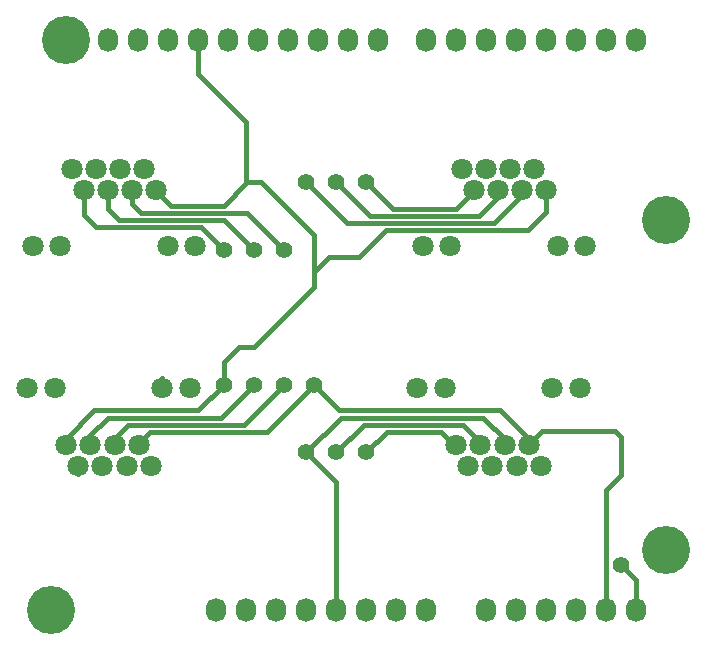
<source format=gbr>
G04 #@! TF.FileFunction,Copper,L2,Bot,Signal*
%FSLAX46Y46*%
G04 Gerber Fmt 4.6, Leading zero omitted, Abs format (unit mm)*
G04 Created by KiCad (PCBNEW 4.0.6) date 01/16/18 14:37:05*
%MOMM*%
%LPD*%
G01*
G04 APERTURE LIST*
%ADD10C,0.100000*%
%ADD11O,1.727200X2.032000*%
%ADD12C,4.064000*%
%ADD13C,1.800000*%
%ADD14C,1.400000*%
%ADD15C,0.400000*%
G04 APERTURE END LIST*
D10*
D11*
X138938000Y-123825000D03*
X141478000Y-123825000D03*
X144018000Y-123825000D03*
X146558000Y-123825000D03*
X149098000Y-123825000D03*
X151638000Y-123825000D03*
X154178000Y-123825000D03*
X156718000Y-123825000D03*
X161798000Y-123825000D03*
X164338000Y-123825000D03*
X166878000Y-123825000D03*
X169418000Y-123825000D03*
X171958000Y-123825000D03*
X174498000Y-123825000D03*
X129794000Y-75565000D03*
X132334000Y-75565000D03*
X134874000Y-75565000D03*
X137414000Y-75565000D03*
X139954000Y-75565000D03*
X142494000Y-75565000D03*
X145034000Y-75565000D03*
X147574000Y-75565000D03*
X150114000Y-75565000D03*
X152654000Y-75565000D03*
X156718000Y-75565000D03*
X159258000Y-75565000D03*
X161798000Y-75565000D03*
X164338000Y-75565000D03*
X166878000Y-75565000D03*
X169418000Y-75565000D03*
X171958000Y-75565000D03*
X174498000Y-75565000D03*
D12*
X124968000Y-123825000D03*
X177038000Y-118745000D03*
X126238000Y-75565000D03*
X177038000Y-90805000D03*
D13*
X132838000Y-86485000D03*
X133858000Y-88265000D03*
X130798000Y-86485000D03*
X131818000Y-88265000D03*
X128758000Y-86485000D03*
X129778000Y-88265000D03*
X126718000Y-86485000D03*
X127738000Y-88265000D03*
X134858000Y-93075000D03*
X137148000Y-93075000D03*
X123428000Y-93075000D03*
X125718000Y-93075000D03*
X127258000Y-111635000D03*
X126238000Y-109855000D03*
X129298000Y-111635000D03*
X128278000Y-109855000D03*
X131338000Y-111635000D03*
X130318000Y-109855000D03*
X133378000Y-111635000D03*
X132358000Y-109855000D03*
X125238000Y-105045000D03*
X122948000Y-105045000D03*
X136668000Y-105045000D03*
X134378000Y-105045000D03*
X160278000Y-111635000D03*
X159258000Y-109855000D03*
X162318000Y-111635000D03*
X161298000Y-109855000D03*
X164358000Y-111635000D03*
X163338000Y-109855000D03*
X166398000Y-111635000D03*
X165378000Y-109855000D03*
X158258000Y-105045000D03*
X155968000Y-105045000D03*
X169688000Y-105045000D03*
X167398000Y-105045000D03*
X165858000Y-86485000D03*
X166878000Y-88265000D03*
X163818000Y-86485000D03*
X164838000Y-88265000D03*
X161778000Y-86485000D03*
X162798000Y-88265000D03*
X159738000Y-86485000D03*
X160758000Y-88265000D03*
X167878000Y-93075000D03*
X170168000Y-93075000D03*
X156448000Y-93075000D03*
X158738000Y-93075000D03*
D14*
X142113000Y-93345000D03*
X146558000Y-110490000D03*
X149098000Y-87630000D03*
X144653000Y-104775000D03*
X139573000Y-104775000D03*
X151638000Y-110490000D03*
X139573000Y-93345000D03*
X151638000Y-87630000D03*
X147193000Y-104775000D03*
X173228000Y-120015000D03*
X144653000Y-93345000D03*
X149098000Y-110490000D03*
X146558000Y-87630000D03*
X142113000Y-104775000D03*
D15*
X149098000Y-123825000D02*
X149098000Y-113030000D01*
X149098000Y-113030000D02*
X146558000Y-110490000D01*
X139607998Y-90839998D02*
X142113000Y-93345000D01*
X137668000Y-90839998D02*
X139607998Y-90839998D01*
X149479000Y-107569000D02*
X146558000Y-110490000D01*
X149479000Y-107569000D02*
X152908000Y-107569000D01*
X151961996Y-90493996D02*
X149098000Y-87630000D01*
X162798000Y-88858996D02*
X161163000Y-90493996D01*
X161163000Y-90493996D02*
X154178000Y-90493996D01*
X154178000Y-90493996D02*
X151961996Y-90493996D01*
X129778000Y-89900000D02*
X130717998Y-90839998D01*
X129778000Y-88265000D02*
X129778000Y-89900000D01*
X130717998Y-90839998D02*
X137668000Y-90839998D01*
X137668000Y-90839998D02*
X138938000Y-90839998D01*
X162798000Y-88265000D02*
X162798000Y-88858996D01*
X131479998Y-108169002D02*
X137668000Y-108169002D01*
X137668000Y-108169002D02*
X141258998Y-108169002D01*
X141258998Y-108169002D02*
X144653000Y-104775000D01*
X130318000Y-109331000D02*
X131479998Y-108169002D01*
X161544000Y-107569000D02*
X152908000Y-107569000D01*
X161544000Y-107569000D02*
X163338000Y-109363000D01*
X152908000Y-107569000D02*
X152654000Y-107569000D01*
X163338000Y-109855000D02*
X163338000Y-109363000D01*
X130318000Y-109855000D02*
X130318000Y-109331000D01*
X154178000Y-91694000D02*
X153289000Y-91694000D01*
X166878000Y-90170000D02*
X165354000Y-91694000D01*
X165354000Y-91694000D02*
X154178000Y-91694000D01*
X166878000Y-88265000D02*
X166878000Y-90170000D01*
X151003000Y-93980000D02*
X148463000Y-93980000D01*
X153289000Y-91694000D02*
X151003000Y-93980000D01*
X148463000Y-93980000D02*
X147193000Y-95250000D01*
X141478000Y-87630000D02*
X142748000Y-87630000D01*
X139573000Y-102870000D02*
X139573000Y-104775000D01*
X140843000Y-101600000D02*
X139573000Y-102870000D01*
X142113000Y-101600000D02*
X140843000Y-101600000D01*
X147193000Y-96520000D02*
X142113000Y-101600000D01*
X147193000Y-92075000D02*
X147193000Y-95250000D01*
X147193000Y-95250000D02*
X147193000Y-96520000D01*
X142748000Y-87630000D02*
X147193000Y-92075000D01*
X137379002Y-106968998D02*
X139573000Y-104775000D01*
X126238000Y-109347000D02*
X128616002Y-106968998D01*
X136652000Y-106968998D02*
X137379002Y-106968998D01*
X128616002Y-106968998D02*
X136652000Y-106968998D01*
X153358996Y-108769004D02*
X151638000Y-110490000D01*
X154813000Y-108769004D02*
X153358996Y-108769004D01*
X141478000Y-87630000D02*
X141478000Y-87734994D01*
X133858000Y-88369994D02*
X135128000Y-89639994D01*
X137414000Y-78486000D02*
X137414000Y-75565000D01*
X137414000Y-78486000D02*
X141478000Y-82550000D01*
X141478000Y-82550000D02*
X141478000Y-87630000D01*
X135128000Y-89639994D02*
X138938000Y-89639994D01*
X139573000Y-89639994D02*
X138938000Y-89639994D01*
X141478000Y-87734994D02*
X139573000Y-89639994D01*
X133858000Y-88265000D02*
X133858000Y-88369994D01*
X157988000Y-108769004D02*
X159073996Y-109855000D01*
X157988000Y-108769004D02*
X154813000Y-108769004D01*
X154813000Y-108769004D02*
X153543000Y-108769004D01*
X159258000Y-109855000D02*
X159073996Y-109855000D01*
X126238000Y-109855000D02*
X126238000Y-109347000D01*
X172466000Y-108724000D02*
X172732000Y-108724000D01*
X172732000Y-108724000D02*
X173228000Y-109220000D01*
X173228000Y-112395000D02*
X173228000Y-109220000D01*
X166509000Y-108724000D02*
X172466000Y-108724000D01*
X166509000Y-108724000D02*
X165378000Y-109855000D01*
X171958000Y-114935000D02*
X171958000Y-113665000D01*
X171958000Y-123825000D02*
X171958000Y-114935000D01*
X171958000Y-113665000D02*
X173228000Y-112395000D01*
X137668000Y-91440000D02*
X139573000Y-93345000D01*
X127738000Y-88265000D02*
X127738000Y-90400000D01*
X128778000Y-91440000D02*
X137668000Y-91440000D01*
X127738000Y-90400000D02*
X128778000Y-91440000D01*
X147193000Y-104775000D02*
X147193000Y-104809998D01*
X147193000Y-104809998D02*
X149352000Y-106968998D01*
X153901994Y-89893994D02*
X151638000Y-87630000D01*
X159258000Y-89893994D02*
X160758000Y-88393994D01*
X159258000Y-89893994D02*
X154178000Y-89893994D01*
X154178000Y-89893994D02*
X153901994Y-89893994D01*
X160758000Y-88265000D02*
X160758000Y-88393994D01*
X132358000Y-109761004D02*
X133350000Y-108769004D01*
X133350000Y-108769004D02*
X136652000Y-108769004D01*
X136652000Y-108769004D02*
X139573000Y-108769004D01*
X143198996Y-108769004D02*
X147193000Y-104775000D01*
X139573000Y-108769004D02*
X143198996Y-108769004D01*
X149352000Y-106968998D02*
X152908000Y-106968998D01*
X132358000Y-109855000D02*
X132358000Y-109761004D01*
X165378000Y-109855000D02*
X165378000Y-109371000D01*
X165378000Y-109371000D02*
X162975998Y-106968998D01*
X162975998Y-106968998D02*
X152908000Y-106968998D01*
X152908000Y-106968998D02*
X152654000Y-106968998D01*
X165378000Y-109855000D02*
X165378000Y-109625000D01*
X174498000Y-123825000D02*
X174498000Y-121285000D01*
X174498000Y-121285000D02*
X173228000Y-120015000D01*
X138938000Y-90239996D02*
X141547996Y-90239996D01*
X131818000Y-89469996D02*
X132588000Y-90239996D01*
X132588000Y-90239996D02*
X138938000Y-90239996D01*
X131818000Y-89469996D02*
X131818000Y-88265000D01*
X141547996Y-90239996D02*
X144653000Y-93345000D01*
X151418998Y-108169002D02*
X149098000Y-110490000D01*
X159858002Y-108169002D02*
X151418998Y-108169002D01*
X159858002Y-108169002D02*
X161298000Y-109609000D01*
X154178000Y-91093998D02*
X150021998Y-91093998D01*
X150021998Y-91093998D02*
X146558000Y-87630000D01*
X164838000Y-88688998D02*
X162433000Y-91093998D01*
X162433000Y-91093998D02*
X154178000Y-91093998D01*
X164838000Y-88265000D02*
X164838000Y-88688998D01*
X128278000Y-109085000D02*
X129794000Y-107569000D01*
X135763000Y-107569000D02*
X139319000Y-107569000D01*
X139319000Y-107569000D02*
X142113000Y-104775000D01*
X129794000Y-107569000D02*
X135763000Y-107569000D01*
X161298000Y-109855000D02*
X161298000Y-109609000D01*
X128278000Y-109855000D02*
X128278000Y-109085000D01*
X122948000Y-105045000D02*
X122948000Y-105618996D01*
X134378000Y-105045000D02*
X134378000Y-104255000D01*
X127258000Y-111635000D02*
X127258000Y-112358530D01*
X169418000Y-104775000D02*
X169688000Y-105045000D01*
X156448000Y-93075000D02*
X156448000Y-93615000D01*
M02*

</source>
